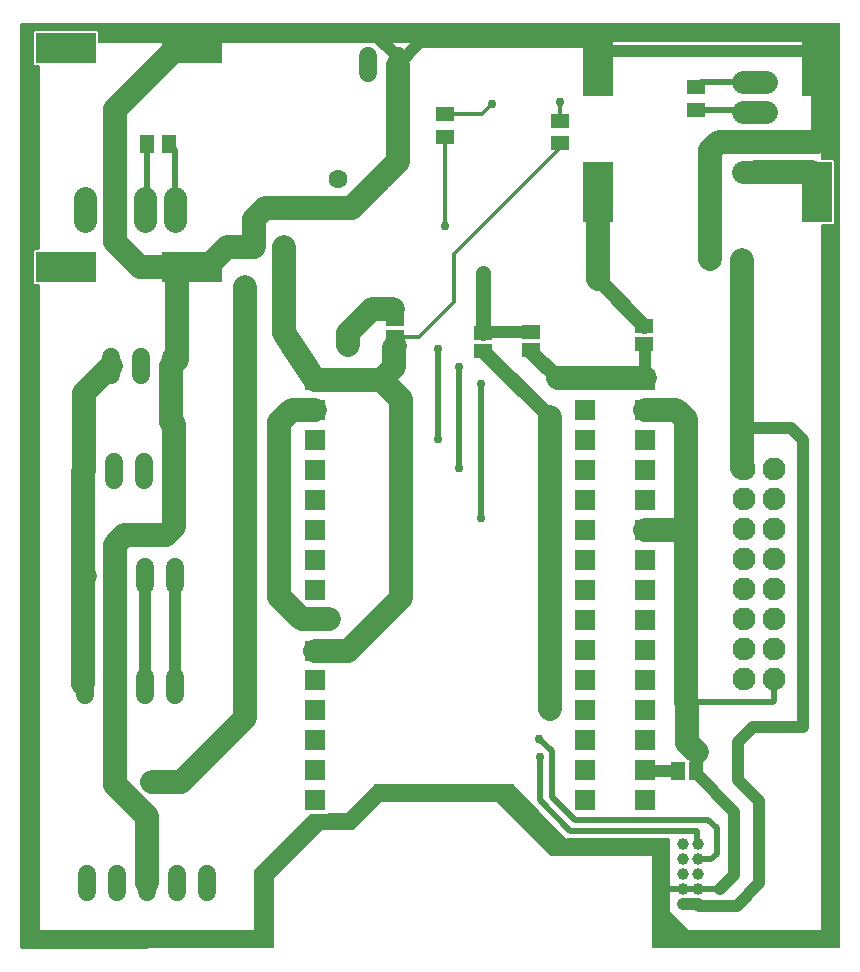
<source format=gbr>
G04 EAGLE Gerber RS-274X export*
G75*
%MOMM*%
%FSLAX36Y36*%
%LPD*%
%INBottom Copper*%
%IPPOS*%
%AMOC8*
5,1,8,0,0,1.08239X$1,22.5*%
G01*
%ADD10R,1.778000X1.778000*%
%ADD11C,1.500000*%
%ADD12R,1.500000X1.300000*%
%ADD13R,1.300000X1.500000*%
%ADD14R,1.600200X1.168400*%
%ADD15R,2.540000X2.540000*%
%ADD16C,1.930400*%
%ADD17C,1.000000*%
%ADD18C,1.930400*%
%ADD19P,1.732040X8X202.500000*%
%ADD20C,1.600200*%
%ADD21P,1.732040X8X22.500000*%
%ADD22R,1.168400X1.600200*%
%ADD23C,1.016000*%
%ADD24C,2.000000*%
%ADD25C,0.750000*%
%ADD26C,0.508000*%
%ADD27C,1.270000*%
%ADD28C,1.200000*%
%ADD29C,0.609600*%
%ADD30C,0.304800*%

G36*
X21653109Y330928D02*
X21653109Y330928D01*
X21654994Y331241D01*
X21656891Y331028D01*
X21667100Y333238D01*
X21677391Y334938D01*
X21679072Y335831D01*
X21680941Y336234D01*
X21689925Y341591D01*
X21699125Y346475D01*
X21700434Y347859D01*
X21702078Y348838D01*
X21708884Y356775D01*
X21716050Y364338D01*
X21716850Y366066D01*
X21718097Y367519D01*
X21722019Y377216D01*
X21726400Y386666D01*
X21726609Y388559D01*
X21727325Y390331D01*
X21729200Y407128D01*
X21729200Y6321041D01*
X25808956Y10400797D01*
X28477394Y10400797D01*
X28486353Y10402263D01*
X28495416Y10402959D01*
X28498441Y10404241D01*
X28501681Y10404772D01*
X28509709Y10409019D01*
X28518075Y10412566D01*
X28521328Y10415166D01*
X28523431Y10416278D01*
X28525678Y10418644D01*
X28531275Y10423116D01*
X30848956Y12740797D01*
X40611041Y12740797D01*
X45178722Y8173116D01*
X45186094Y8167819D01*
X45192994Y8161900D01*
X45196038Y8160669D01*
X45198703Y8158753D01*
X45207391Y8156075D01*
X45215806Y8152672D01*
X45219934Y8152213D01*
X45222222Y8151506D01*
X45225500Y8151591D01*
X45232603Y8150797D01*
X53751041Y8150797D01*
X53780797Y8121041D01*
X53780797Y453134D01*
X53781125Y451138D01*
X53780903Y449138D01*
X53783103Y439047D01*
X53784772Y428847D01*
X53785713Y427066D01*
X53786144Y425094D01*
X53791453Y416219D01*
X53796278Y407097D01*
X53797741Y405706D01*
X53798778Y403972D01*
X53806625Y397263D01*
X53814116Y390144D01*
X53815950Y389291D01*
X53817481Y387981D01*
X53827053Y384125D01*
X53836428Y379763D01*
X53838434Y379538D01*
X53840306Y378784D01*
X53857106Y376934D01*
X69623909Y399459D01*
X69625794Y399772D01*
X69627691Y399559D01*
X69637900Y401769D01*
X69648191Y403469D01*
X69649872Y404363D01*
X69651741Y404766D01*
X69660725Y410122D01*
X69669925Y415006D01*
X69671234Y416391D01*
X69672878Y417369D01*
X69679684Y425306D01*
X69686850Y432869D01*
X69687650Y434597D01*
X69688897Y436050D01*
X69692819Y445747D01*
X69697200Y455197D01*
X69697409Y457091D01*
X69698125Y458863D01*
X69700000Y475659D01*
X69700000Y78623800D01*
X69699681Y78625741D01*
X69699900Y78627691D01*
X69697700Y78637853D01*
X69696025Y78648088D01*
X69695109Y78649816D01*
X69694694Y78651741D01*
X69689359Y78660688D01*
X69684519Y78669838D01*
X69683100Y78671188D01*
X69682091Y78672878D01*
X69674206Y78679641D01*
X69666681Y78686791D01*
X69664897Y78687619D01*
X69663409Y78688897D01*
X69653797Y78692784D01*
X69644369Y78697172D01*
X69642416Y78697391D01*
X69640597Y78698125D01*
X69623800Y78700000D01*
X376197Y78700000D01*
X374256Y78699681D01*
X372306Y78699900D01*
X362144Y78697700D01*
X351909Y78696025D01*
X350181Y78695109D01*
X348256Y78694694D01*
X339309Y78689359D01*
X330159Y78684519D01*
X328809Y78683100D01*
X327119Y78682091D01*
X320356Y78674206D01*
X313206Y78666681D01*
X312378Y78664897D01*
X311100Y78663409D01*
X307213Y78653797D01*
X302825Y78644369D01*
X302606Y78642416D01*
X301872Y78640597D01*
X299997Y78623800D01*
X299997Y376734D01*
X300325Y374738D01*
X300103Y372738D01*
X302303Y362647D01*
X303972Y352447D01*
X304913Y350666D01*
X305344Y348694D01*
X310653Y339819D01*
X315478Y330697D01*
X316941Y329306D01*
X317978Y327572D01*
X325825Y320863D01*
X333316Y313744D01*
X335150Y312891D01*
X336681Y311581D01*
X346253Y307725D01*
X355628Y303363D01*
X357634Y303138D01*
X359506Y302384D01*
X376306Y300534D01*
X21653109Y330928D01*
G37*
%LPC*%
G36*
X58257056Y1903800D02*
X58257056Y1903800D01*
X56848434Y1903800D01*
X55273800Y3478434D01*
X55273800Y9566872D01*
X55272334Y9575831D01*
X55271638Y9584894D01*
X55270356Y9587919D01*
X55269825Y9591159D01*
X55267944Y9594713D01*
X55267766Y9595541D01*
X55265544Y9599266D01*
X55262031Y9607553D01*
X55259431Y9610806D01*
X55258319Y9612909D01*
X55256222Y9614903D01*
X55255163Y9616678D01*
X55253813Y9617834D01*
X55251481Y9620753D01*
X55250753Y9621481D01*
X55244791Y9625769D01*
X55240481Y9629863D01*
X55238963Y9630569D01*
X55236481Y9632697D01*
X55233438Y9633928D01*
X55230772Y9635844D01*
X55222084Y9638522D01*
X55220459Y9639178D01*
X55218169Y9640244D01*
X55217694Y9640297D01*
X55213669Y9641925D01*
X55209541Y9642384D01*
X55207253Y9643091D01*
X55203975Y9643006D01*
X55196872Y9643800D01*
X46549841Y9643800D01*
X46543181Y9642709D01*
X46488397Y9643784D01*
X46487803Y9643700D01*
X46486903Y9643800D01*
X46456016Y9643800D01*
X46434550Y9666125D01*
X46434063Y9666488D01*
X46433503Y9667191D01*
X46397606Y9703088D01*
X46396778Y9704653D01*
X46394606Y9706719D01*
X46390988Y9711431D01*
X42065044Y14210416D01*
X42057181Y14216303D01*
X42049725Y14222697D01*
X42047372Y14223647D01*
X42045347Y14225166D01*
X42036019Y14228241D01*
X42026913Y14231925D01*
X42023791Y14232275D01*
X42021975Y14232872D01*
X42018609Y14232853D01*
X42010116Y14233800D01*
X30303125Y14233800D01*
X30294166Y14232334D01*
X30285103Y14231638D01*
X30282078Y14230356D01*
X30278838Y14229825D01*
X30270809Y14225578D01*
X30262444Y14222031D01*
X30259191Y14219431D01*
X30257088Y14218319D01*
X30254841Y14215953D01*
X30249244Y14211481D01*
X27864838Y11827075D01*
X27864500Y11826606D01*
X27863831Y11826050D01*
X27842406Y11803800D01*
X27811394Y11803800D01*
X27810825Y11803706D01*
X27809956Y11803788D01*
X24855950Y11748053D01*
X24847703Y11746544D01*
X24839366Y11745903D01*
X24835688Y11744344D01*
X24831744Y11743622D01*
X24824406Y11739563D01*
X24816706Y11736297D01*
X24812650Y11733056D01*
X24810213Y11731706D01*
X24808172Y11729475D01*
X24803506Y11725747D01*
X20078516Y7000756D01*
X20073219Y6993384D01*
X20067300Y6986484D01*
X20066069Y6983441D01*
X20064153Y6980775D01*
X20061475Y6972088D01*
X20058072Y6963672D01*
X20057613Y6959544D01*
X20056906Y6957256D01*
X20056991Y6953978D01*
X20056197Y6946875D01*
X20056197Y1968434D01*
X20011563Y1923800D01*
X1968434Y1923800D01*
X1923800Y1968434D01*
X1923800Y56493800D01*
X1923481Y56495741D01*
X1923700Y56497691D01*
X1921500Y56507853D01*
X1919825Y56518088D01*
X1918909Y56519816D01*
X1918494Y56521741D01*
X1913159Y56530688D01*
X1908319Y56539838D01*
X1906900Y56541188D01*
X1905891Y56542878D01*
X1898006Y56549641D01*
X1890481Y56556791D01*
X1888697Y56557619D01*
X1887209Y56558897D01*
X1877597Y56562784D01*
X1868169Y56567172D01*
X1866216Y56567391D01*
X1864397Y56568125D01*
X1847600Y56570000D01*
X1535156Y56570000D01*
X1418000Y56687156D01*
X1418000Y59392841D01*
X1535156Y59509997D01*
X1847600Y59509997D01*
X1849541Y59510316D01*
X1851491Y59510097D01*
X1861653Y59512297D01*
X1871888Y59513972D01*
X1873616Y59514888D01*
X1875541Y59515303D01*
X1884488Y59520638D01*
X1893638Y59525478D01*
X1894988Y59526897D01*
X1896678Y59527906D01*
X1903441Y59535791D01*
X1910591Y59543316D01*
X1911419Y59545100D01*
X1912697Y59546588D01*
X1916581Y59556194D01*
X1920972Y59565628D01*
X1921191Y59567581D01*
X1921925Y59569400D01*
X1923800Y59586197D01*
X1923800Y75035800D01*
X1923481Y75037741D01*
X1923700Y75039691D01*
X1921500Y75049853D01*
X1919825Y75060088D01*
X1918909Y75061816D01*
X1918494Y75063741D01*
X1913159Y75072688D01*
X1908319Y75081838D01*
X1906900Y75083188D01*
X1905891Y75084878D01*
X1898006Y75091641D01*
X1890481Y75098791D01*
X1888697Y75099619D01*
X1887209Y75100897D01*
X1877597Y75104784D01*
X1868169Y75109172D01*
X1866216Y75109391D01*
X1864397Y75110125D01*
X1847600Y75112000D01*
X1535156Y75112000D01*
X1418000Y75229156D01*
X1418000Y77934841D01*
X1535156Y78051997D01*
X6780841Y78051997D01*
X6897997Y77934841D01*
X6897997Y77059931D01*
X6898325Y77057931D01*
X6898103Y77055925D01*
X6900303Y77045834D01*
X6901972Y77035644D01*
X6902916Y77033859D01*
X6903347Y77031884D01*
X6908650Y77023019D01*
X6913478Y77013894D01*
X6914944Y77012503D01*
X6915981Y77010766D01*
X6923819Y77004066D01*
X6931316Y76996941D01*
X6933156Y76996084D01*
X6934688Y76994775D01*
X6944241Y76990928D01*
X6953628Y76986559D01*
X6955641Y76986334D01*
X6957513Y76985581D01*
X6974313Y76983731D01*
X67936894Y77076100D01*
X67937481Y77076197D01*
X67998978Y77076197D01*
X67999025Y77076203D01*
X67999094Y77076197D01*
X68031513Y77076247D01*
X68053725Y77054031D01*
X68053759Y77054006D01*
X68053809Y77053944D01*
X68076197Y77031625D01*
X68076197Y77000209D01*
X68076203Y77000163D01*
X68076197Y77000094D01*
X68076294Y76937863D01*
X68076197Y76937006D01*
X68076197Y67194197D01*
X68076516Y67192256D01*
X68076297Y67190306D01*
X68078497Y67180144D01*
X68080172Y67169909D01*
X68081088Y67168181D01*
X68081503Y67166256D01*
X68086838Y67157309D01*
X68091678Y67148159D01*
X68093097Y67146809D01*
X68094106Y67145119D01*
X68101991Y67138356D01*
X68109516Y67131206D01*
X68111300Y67130378D01*
X68112788Y67129100D01*
X68122400Y67125213D01*
X68131828Y67120825D01*
X68133781Y67120606D01*
X68135600Y67119872D01*
X68152397Y67117997D01*
X69052841Y67117997D01*
X69169997Y67000841D01*
X69169997Y61755156D01*
X69052841Y61638000D01*
X68152397Y61638000D01*
X68150456Y61637681D01*
X68148506Y61637900D01*
X68138344Y61635700D01*
X68128109Y61634025D01*
X68126381Y61633109D01*
X68124456Y61632694D01*
X68115509Y61627359D01*
X68106359Y61622519D01*
X68105009Y61621100D01*
X68103319Y61620091D01*
X68096556Y61612206D01*
X68089406Y61604681D01*
X68088578Y61602897D01*
X68087300Y61601409D01*
X68083413Y61591797D01*
X68079025Y61582369D01*
X68078806Y61580416D01*
X68078072Y61578597D01*
X68076197Y61561800D01*
X68076197Y2000638D01*
X68076206Y2000575D01*
X68076197Y2000481D01*
X68076263Y1968503D01*
X68054334Y1946575D01*
X68054297Y1946522D01*
X68054219Y1946459D01*
X68031653Y1923800D01*
X68000244Y1923800D01*
X68000181Y1923791D01*
X68000088Y1923800D01*
X58383097Y1903931D01*
X58382306Y1903800D01*
X58320694Y1903800D01*
X58320631Y1903791D01*
X58320538Y1903800D01*
X58258209Y1903672D01*
X58257056Y1903800D01*
G37*
%LPD*%
D10*
X25200000Y25540000D03*
X53140000Y48500000D03*
X25200000Y43420000D03*
X25200000Y40880000D03*
X25200000Y38340000D03*
X25200000Y35800000D03*
X25200000Y33260000D03*
X25200000Y30720000D03*
X25200000Y28180000D03*
X25200000Y48500000D03*
X25200000Y23100000D03*
X25200000Y18020000D03*
X53140000Y35800000D03*
X25200000Y15480000D03*
X25200000Y12940000D03*
X53140000Y12940000D03*
X53140000Y43420000D03*
X53140000Y40880000D03*
X53140000Y38340000D03*
X25200000Y45960000D03*
X53140000Y33260000D03*
X53140000Y30720000D03*
X53140000Y28180000D03*
X53140000Y25640000D03*
X53140000Y23100000D03*
X53140000Y20560000D03*
X53140000Y18020000D03*
X53140000Y45960000D03*
X53140000Y15480000D03*
X25200000Y20560000D03*
X48060000Y45960000D03*
X48060000Y43420000D03*
X48060000Y48500000D03*
X48060000Y40880000D03*
X48060000Y38340000D03*
X48060000Y35800000D03*
X48060000Y33260000D03*
X48060000Y30720000D03*
X48060000Y28180000D03*
X48060000Y25640000D03*
X48060000Y23100000D03*
X48060000Y20560000D03*
X48060000Y18020000D03*
X48060000Y15480000D03*
X48060000Y12940000D03*
D11*
X32230000Y74420000D02*
X32230000Y75920000D01*
X29690000Y75920000D02*
X29690000Y74420000D01*
X10840000Y23320000D02*
X10840000Y21820000D01*
X8300000Y21820000D02*
X8300000Y23320000D01*
X5760000Y23320000D02*
X5760000Y21820000D01*
X13380000Y21820000D02*
X13380000Y23320000D01*
X10800000Y31120000D02*
X10800000Y32620000D01*
X8260000Y32620000D02*
X8260000Y31120000D01*
X5720000Y31120000D02*
X5720000Y32620000D01*
X13340000Y32620000D02*
X13340000Y31120000D01*
X10980000Y6610000D02*
X10980000Y5110000D01*
X8440000Y5110000D02*
X8440000Y6610000D01*
X5900000Y6610000D02*
X5900000Y5110000D01*
X13520000Y5110000D02*
X13520000Y6610000D01*
X16060000Y6610000D02*
X16060000Y5110000D01*
X10760000Y40020000D02*
X10760000Y41520000D01*
X8220000Y41520000D02*
X8220000Y40020000D01*
X5680000Y40020000D02*
X5680000Y41520000D01*
X13300000Y41520000D02*
X13300000Y40020000D01*
D12*
X57460000Y73240000D03*
X57460000Y71340000D03*
D13*
X12890000Y68440000D03*
X10990000Y68440000D03*
D14*
X39500000Y52482000D03*
X39500000Y50958000D03*
X31990000Y53632000D03*
X31990000Y52108000D03*
X53120000Y53072000D03*
X53120000Y51548000D03*
D15*
X49158000Y76316000D03*
X49158000Y73776000D03*
X49158000Y65648000D03*
X49158000Y63108000D03*
X67700000Y63108000D03*
X67700000Y65648000D03*
X67700000Y73776000D03*
X67700000Y76316000D03*
X16096000Y76582000D03*
X13556000Y76582000D03*
X5428000Y76582000D03*
X2888000Y76582000D03*
X2888000Y58040000D03*
X5428000Y58040000D03*
X13556000Y58040000D03*
X16096000Y58040000D03*
D16*
X61494800Y73720000D02*
X63425200Y73720000D01*
X63425200Y71180000D02*
X61494800Y71180000D01*
X61494800Y68640000D02*
X63425200Y68640000D01*
X63425200Y66100000D02*
X61494800Y66100000D01*
X13420000Y63835200D02*
X13420000Y61904800D01*
X10880000Y61904800D02*
X10880000Y63835200D01*
X8340000Y63835200D02*
X8340000Y61904800D01*
X5800000Y61904800D02*
X5800000Y63835200D01*
D11*
X13080000Y50420000D02*
X13080000Y48920000D01*
X10540000Y48920000D02*
X10540000Y50420000D01*
X8000000Y50420000D02*
X8000000Y48920000D01*
D17*
X57620000Y4080000D03*
X56350000Y4080000D03*
X57620000Y5350000D03*
X56350000Y5350000D03*
X57620000Y6620000D03*
X56350000Y6620000D03*
X57620000Y7890000D03*
X56350000Y7890000D03*
X57620000Y9160000D03*
X56350000Y9160000D03*
D18*
X61530000Y23110000D03*
X64070000Y23110000D03*
X61530000Y25650000D03*
X64070000Y25650000D03*
X61530000Y28190000D03*
X64070000Y28190000D03*
X61530000Y30730000D03*
X64070000Y30730000D03*
X61530000Y33270000D03*
X64070000Y33270000D03*
X61530000Y35810000D03*
X64070000Y35810000D03*
X61530000Y38350000D03*
X64070000Y38350000D03*
X61530000Y40890000D03*
X64070000Y40890000D03*
D19*
X58830000Y58600000D03*
D20*
X61370000Y58600000D03*
D19*
X20030000Y59700000D03*
D20*
X22570000Y59700000D03*
D21*
X30778000Y65500000D03*
D20*
X27222000Y65500000D03*
D14*
X43560000Y52512000D03*
X43560000Y50988000D03*
D22*
X57462000Y15390000D03*
X55938000Y15390000D03*
D12*
X36270000Y69070000D03*
X36270000Y70970000D03*
X45990000Y68530000D03*
X45990000Y70430000D03*
D23*
X49158000Y77070000D02*
X34130000Y77070000D01*
X32230000Y75170000D01*
X49158000Y73776000D02*
X49158000Y77070000D01*
X49158000Y76316000D02*
X49158000Y73776000D01*
X49158000Y76316000D02*
X67700000Y76316000D01*
X67700000Y73776000D01*
X67700000Y68600000D01*
D24*
X62500000Y68600000D01*
D23*
X62460000Y68640000D01*
X32230000Y75170000D02*
X32230000Y75770000D01*
X30318000Y77682000D01*
X17196000Y77682000D01*
X16096000Y76582000D01*
X13556000Y76582000D01*
D24*
X8340000Y71366000D01*
X8340000Y62870000D01*
X8340000Y60160000D01*
X10460000Y58040000D02*
X13556000Y58040000D01*
X10460000Y58040000D02*
X8340000Y60160000D01*
X13556000Y58040000D02*
X16096000Y58040000D01*
X23310000Y45960000D02*
X25200000Y45960000D01*
X22220000Y44870000D02*
X22220000Y30080000D01*
X24100000Y28200000D01*
D23*
X25200000Y28180000D02*
X26450000Y28200000D01*
D24*
X22220000Y44870000D02*
X23310000Y45960000D01*
X24100000Y28200000D02*
X26450000Y28200000D01*
D23*
X53320000Y35980000D02*
X56640000Y35980000D01*
X53320000Y35980000D02*
X53140000Y35800000D01*
D24*
X56640000Y35980000D02*
X56640000Y21240000D01*
X56640000Y35800000D02*
X56640000Y45160000D01*
X56640000Y35800000D02*
X53140000Y35800000D01*
X56640000Y45160000D02*
X55840000Y45960000D01*
X53140000Y45960000D01*
X8260000Y31870000D02*
X8260000Y22610000D01*
D23*
X8300000Y22570000D01*
D24*
X8300000Y14200000D01*
X10980000Y11520000D02*
X10980000Y5860000D01*
X10980000Y11520000D02*
X8300000Y14200000D01*
X13556000Y50146000D02*
X13556000Y58040000D01*
D23*
X13556000Y50146000D02*
X13080000Y49670000D01*
D24*
X13080000Y44920000D01*
D23*
X13300000Y44700000D01*
D24*
X13300000Y40770000D01*
X13300000Y36000000D01*
X12600000Y35300000D02*
X9090000Y35300000D01*
X8260000Y34470000D01*
X8260000Y31870000D01*
X12600000Y35300000D02*
X13300000Y36000000D01*
X59440000Y68640000D02*
X62460000Y68640000D01*
X59440000Y68640000D02*
X58700000Y67900000D01*
X32230000Y66952000D02*
X30778000Y65500000D01*
X32230000Y66952000D02*
X32230000Y75170000D01*
X20030000Y59700000D02*
X17756000Y59700000D01*
X16096000Y58040000D01*
X28328000Y63050000D02*
X30778000Y65500000D01*
X28328000Y63050000D02*
X21000000Y63050000D01*
X20030000Y62080000D01*
X20030000Y59700000D01*
D25*
X1000000Y70100000D03*
X1000000Y65100000D03*
X1000000Y60000000D03*
X1000000Y55000000D03*
X1000000Y50000000D03*
X1000000Y45000000D03*
X1000000Y40000000D03*
X1000000Y35000000D03*
X1000000Y30000000D03*
X1000000Y25000000D03*
X1000000Y20000000D03*
X1000000Y15000000D03*
X1000000Y10000000D03*
X1000000Y5000000D03*
X1200000Y1200000D03*
X1000000Y75100000D03*
X5000000Y1000000D03*
X10000000Y1000000D03*
X15000000Y1000000D03*
X20270000Y1090000D03*
X42100000Y12790000D03*
X43950000Y11260000D03*
X45800000Y9280000D03*
X50620000Y8830000D03*
X54270000Y8830000D03*
X54500000Y6220000D03*
X55000000Y1000000D03*
X60000000Y1000000D03*
X65000000Y1000000D03*
X10000000Y77900000D03*
X20000000Y77900000D03*
X25000000Y77900000D03*
X30000000Y77900000D03*
X35000000Y77900000D03*
X40000000Y77900000D03*
X45000000Y77900000D03*
X50000000Y77900000D03*
X55000000Y77900000D03*
X60000000Y77900000D03*
X65000000Y77900000D03*
X68900000Y71600000D03*
X68900000Y67800000D03*
X69000000Y59900000D03*
X69000000Y54900000D03*
X69000000Y49900000D03*
X69000000Y44900000D03*
X69000000Y39900000D03*
X69000000Y34900000D03*
X69000000Y29900000D03*
X69000000Y24900000D03*
X69000000Y19900000D03*
X69000000Y14900000D03*
X69000000Y9900000D03*
X69000000Y4900000D03*
X68800000Y1200000D03*
D24*
X57552000Y16938000D02*
X56730000Y17760000D01*
D23*
X57552000Y16938000D02*
X57552000Y15480000D01*
X57462000Y15390000D01*
D26*
X64070000Y21320000D02*
X64070000Y23110000D01*
X64070000Y21320000D02*
X63990000Y21240000D01*
X56640000Y21240000D01*
D23*
X57462000Y15390000D02*
X57462000Y15168000D01*
X60750000Y11880000D01*
X60750000Y6570000D01*
X59536000Y5356000D01*
D25*
X20810000Y6310000D03*
X24050000Y9910000D03*
X28910000Y11890000D03*
X31970000Y13510000D03*
X35660000Y13510000D03*
X39530000Y13510000D03*
D26*
X56350000Y5350000D02*
X57620000Y5350000D01*
X59530000Y5350000D01*
X59536000Y5356000D01*
D24*
X58700000Y58730000D02*
X58700000Y67900000D01*
D27*
X58700000Y58730000D02*
X58830000Y58600000D01*
D26*
X56350000Y5350000D02*
X55210000Y5350000D01*
D24*
X56730000Y17760000D02*
X56730000Y21150000D01*
X56640000Y21240000D01*
X49158000Y57034000D02*
X49158000Y63108000D01*
D27*
X49158000Y57034000D02*
X53120000Y53072000D01*
D26*
X10990000Y62980000D02*
X10990000Y68440000D01*
X10990000Y62980000D02*
X10880000Y62870000D01*
X57460000Y71340000D02*
X62300000Y71340000D01*
X62460000Y71180000D01*
D28*
X28020000Y51440000D03*
D24*
X28020000Y52410000D01*
X30060000Y54450000D02*
X31860000Y54450000D01*
D29*
X31860000Y53762000D01*
X31990000Y53632000D01*
D24*
X30060000Y54450000D02*
X28020000Y52410000D01*
D23*
X62460000Y66100000D02*
X62512000Y66048000D01*
X67300000Y66048000D02*
X67700000Y65648000D01*
D24*
X67300000Y66048000D02*
X62512000Y66048000D01*
D23*
X67700000Y65648000D02*
X67700000Y63108000D01*
D28*
X39500000Y57500000D03*
D27*
X39500000Y52482000D01*
D28*
X19280000Y56300000D03*
D23*
X39530000Y52512000D02*
X43560000Y52512000D01*
X39530000Y52512000D02*
X39500000Y52482000D01*
D24*
X19280000Y56300000D02*
X19287303Y19827303D01*
D23*
X11430000Y14400000D02*
X11340000Y14490000D01*
D28*
X11340000Y14490000D03*
D24*
X13860000Y14400000D02*
X19287303Y19827303D01*
X13860000Y14400000D02*
X11430000Y14400000D01*
X61370000Y44820000D02*
X61370000Y58600000D01*
X61370000Y44820000D02*
X61370000Y41050000D01*
D23*
X61530000Y40890000D01*
X61820000Y44370000D02*
X61370000Y44820000D01*
X61820000Y44370000D02*
X65520000Y44370000D01*
X66510000Y43380000D01*
X66510000Y19080000D01*
X62280000Y19080000D01*
X61020000Y17820000D01*
X61020000Y14580000D01*
X62820000Y12780000D02*
X62820000Y5850000D01*
X60930000Y3960000D01*
X57740000Y3960000D01*
X57620000Y4080000D01*
X62820000Y12780000D02*
X61020000Y14580000D01*
X57620000Y4080000D02*
X56350000Y4080000D01*
D30*
X36270000Y61470000D02*
X36270000Y69070000D01*
D25*
X36270000Y61470000D03*
D24*
X32500000Y30040000D02*
X28000000Y25540000D01*
X25200000Y25540000D01*
X32500000Y30040000D02*
X32500000Y39000000D01*
D25*
X32500000Y39000000D03*
D24*
X8000000Y49670000D02*
X5680000Y47350000D01*
X5680000Y40770000D01*
X5590000Y40680000D01*
X5590000Y32000000D01*
D23*
X5720000Y31870000D01*
D24*
X5630000Y31780000D01*
X5630000Y22700000D01*
D23*
X5760000Y22570000D01*
D24*
X25200000Y48500000D02*
X22780000Y52190000D01*
X22570000Y52400000D02*
X22570000Y59700000D01*
D23*
X22570000Y52400000D02*
X22780000Y52190000D01*
D24*
X25200000Y48500000D02*
X30860000Y48500000D01*
X31950000Y49590000D01*
X31950000Y51210000D01*
X32040000Y51300000D01*
D29*
X31990000Y51350000D01*
X31990000Y52108000D01*
D24*
X32500000Y46860000D02*
X32500000Y39000000D01*
X32500000Y46860000D02*
X30860000Y48500000D01*
D30*
X31990000Y52108000D02*
X34018000Y52108000D01*
X36990000Y55080000D02*
X36990000Y59130000D01*
X36990000Y55080000D02*
X34018000Y52108000D01*
X36990000Y59130000D02*
X45990000Y68130000D01*
X45990000Y68530000D01*
D23*
X53140000Y48600000D02*
X53140000Y48500000D01*
X53140000Y48600000D02*
X53140000Y51528000D01*
X53120000Y51548000D01*
D27*
X45768000Y48600000D02*
X43560000Y50808000D01*
X43560000Y50988000D01*
D24*
X45768000Y48600000D02*
X53140000Y48600000D01*
D23*
X13340000Y31870000D02*
X13340000Y22610000D01*
X13380000Y22570000D01*
X10800000Y22610000D02*
X10800000Y31870000D01*
X10800000Y22610000D02*
X10840000Y22570000D01*
D25*
X44240000Y18100000D03*
D26*
X45320000Y13150000D02*
X47240000Y11230000D01*
X45320000Y17020000D02*
X44240000Y18100000D01*
X45320000Y17020000D02*
X45320000Y13150000D01*
X47240000Y11230000D02*
X58520000Y11230000D01*
X59230000Y10520000D01*
X59230000Y8330000D01*
X58790000Y7890000D01*
X57620000Y7890000D01*
D25*
X44270000Y16570000D03*
D26*
X44270000Y12890000D02*
X46860000Y10300000D01*
X44270000Y12890000D02*
X44270000Y16570000D01*
X46860000Y10300000D02*
X57600000Y10300000D01*
X57600000Y9180000D01*
X57620000Y9160000D01*
X57460000Y73240000D02*
X57940000Y73720000D01*
X62460000Y73720000D01*
X13420000Y67910000D02*
X12890000Y68440000D01*
X13420000Y67910000D02*
X13420000Y62870000D01*
D25*
X39290000Y36780000D03*
D26*
X39280000Y36846919D01*
X39280000Y48110000D01*
D25*
X39280000Y48110000D03*
X37450000Y40980000D03*
D26*
X37450000Y49600000D01*
D25*
X37450000Y49600000D03*
X35630000Y43490000D03*
D26*
X35629313Y43490688D01*
X35610000Y51110000D01*
D25*
X35610000Y51110000D03*
D26*
X53140000Y15480000D02*
X53050000Y15390000D01*
D23*
X55938000Y15390000D01*
D27*
X45140000Y45318000D02*
X39500000Y50958000D01*
D28*
X45140000Y20600000D03*
D24*
X45140000Y45318000D01*
D30*
X39380000Y70970000D02*
X36270000Y70970000D01*
X39380000Y70970000D02*
X40230000Y71820000D01*
D25*
X40230000Y71820000D03*
D30*
X45990000Y71820000D02*
X45990000Y70430000D01*
X45990000Y71820000D02*
X46080000Y71910000D01*
X45990000Y72000000D01*
D25*
X45990000Y72000000D03*
M02*

</source>
